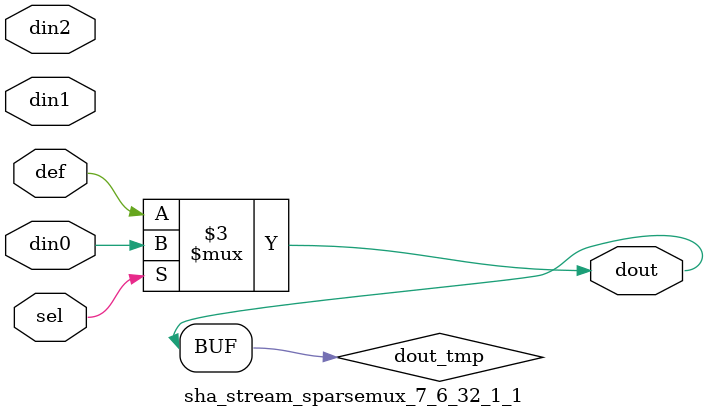
<source format=v>

module sha_stream_sparsemux_7_6_32_1_1 (din0,din1,din2,def,sel,dout);  
parameter din0_WIDTH = 1;
parameter din1_WIDTH = 1;
parameter din2_WIDTH = 1;
parameter def_WIDTH = 1;
parameter sel_WIDTH = 1;
parameter dout_WIDTH = 1;
parameter [sel_WIDTH-1:0] CASE0 = 1;
parameter [sel_WIDTH-1:0] CASE1 = 1;
parameter [sel_WIDTH-1:0] CASE2 = 1;
parameter ID = 1;
parameter NUM_STAGE = 1;
input [din0_WIDTH-1:0] din0;
input [din1_WIDTH-1:0] din1;
input [din2_WIDTH-1:0] din2;
input [def_WIDTH-1:0] def;
input [sel_WIDTH-1:0] sel;
output [dout_WIDTH-1:0] dout;
reg [dout_WIDTH-1:0] dout_tmp;
always @ (*) begin
(* parallel_case *) case (sel)
    CASE0 : dout_tmp = din0;
    CASE1 : dout_tmp = din1;
    CASE2 : dout_tmp = din2;
    default : dout_tmp = def;
endcase
end
assign dout = dout_tmp;
endmodule

</source>
